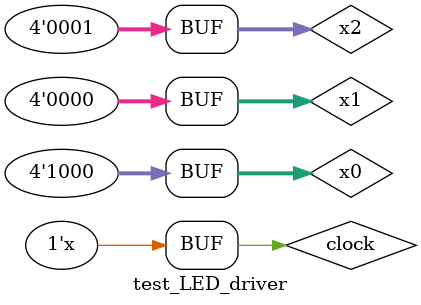
<source format=v>
`timescale 1ns / 1ps
module test_LED_driver(
   );
reg clock;
reg [3:0] x0, x1, x2;
wire [6:0] seg;
wire [2:0] an;
LED_driver driverToTest(clock, x0, x1, x2, seg, an);

initial begin
	x0 = 4'h8;
	x1 = 4'h0;
	x2 = 4'h1;
	clock =1'b0;
end
always begin
	clock = ~clock; #10;
end
endmodule

</source>
